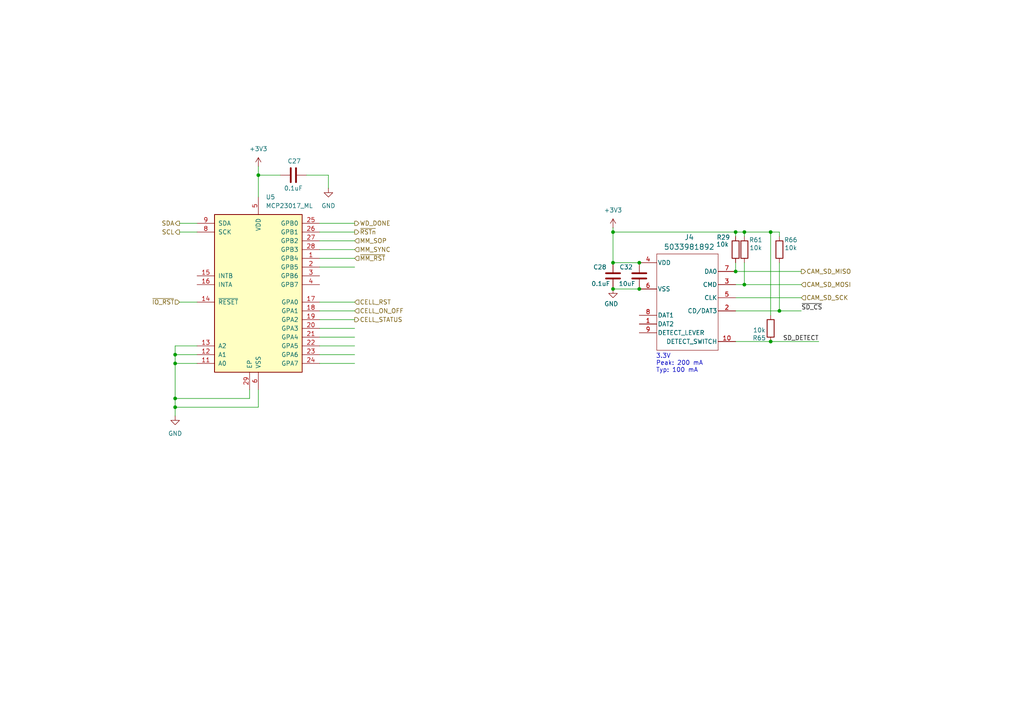
<source format=kicad_sch>
(kicad_sch (version 20250114) (generator "eeschema") (generator_version "9.0")
  (paper "A4")
  (lib_symbols
    (symbol "5033981892:5033981892" (pin_names (offset 0.254))
      (property "Reference" "J1" (at 13.97 7.62 0))
      (property "Value" "5033981892" (at 13.97 5.08 0))
      (symbol "5033981892_1_1"
        (polyline (pts (xy 5.08 2.54) (xy 5.08 -25.4)) (stroke (width 0.127)))
        (polyline (pts (xy 5.08 -25.4) (xy 22.86 -25.4)) (stroke (width 0.127)))
        (polyline (pts (xy 22.86 2.54) (xy 5.08 2.54)) (stroke (width 0.127)))
        (polyline (pts (xy 22.86 -25.4) (xy 22.86 2.54)) (stroke (width 0.127)))
        (pin unspecified line (at 0 0 0) (length 5.08) (name "VDD") (number "4"))
        (pin unspecified line (at 0 -7.62 0) (length 5.08) (name "VSS") (number "6"))
        (pin unspecified line (at 0 -15.24 0) (length 5.08) (name "DAT1") (number "8"))
        (pin unspecified line (at 0 -17.78 0) (length 5.08) (name "DAT2") (number "1"))
        (pin unspecified line (at 0 -20.32 0) (length 5.08) (name "DETECT_LEVER") (number "9"))
        (pin unspecified line (at 27.94 -2.54 180) (length 5.08) (name "DA0") (number "7"))
        (pin unspecified line (at 27.94 -6.35 180) (length 5.08) (name "CMD") (number "3"))
        (pin unspecified line (at 27.94 -10.16 180) (length 5.08) (name "CLK") (number "5"))
        (pin unspecified line (at 27.94 -13.97 180) (length 5.08) (name "CD/DAT3") (number "2"))
        (pin unspecified line (at 27.94 -22.86 180) (length 5.08) (name "DETECT_SWITCH") (number "10"))
      )
      (symbol "5033981892_1_2"
        (polyline (pts (xy 5.08 2.54) (xy 5.08 -25.4)) (stroke (width 0.127)))
        (polyline (pts (xy 5.08 -25.4) (xy 12.7 -25.4)) (stroke (width 0.127)))
        (polyline (pts (xy 7.62 0) (xy 5.08 0)) (stroke (width 0.127)))
        (polyline (pts (xy 7.62 0) (xy 8.89 0.8467)) (stroke (width 0.127)))
        (polyline (pts (xy 7.62 0) (xy 8.89 -0.8467)) (stroke (width 0.127)))
        (polyline (pts (xy 7.62 -2.54) (xy 5.08 -2.54)) (stroke (width 0.127)))
        (polyline (pts (xy 7.62 -2.54) (xy 8.89 -1.6933)) (stroke (width 0.127)))
        (polyline (pts (xy 7.62 -2.54) (xy 8.89 -3.3867)) (stroke (width 0.127)))
        (polyline (pts (xy 7.62 -5.08) (xy 5.08 -5.08)) (stroke (width 0.127)))
        (polyline (pts (xy 7.62 -5.08) (xy 8.89 -4.2333)) (stroke (width 0.127)))
        (polyline (pts (xy 7.62 -5.08) (xy 8.89 -5.9267)) (stroke (width 0.127)))
        (polyline (pts (xy 7.62 -7.62) (xy 5.08 -7.62)) (stroke (width 0.127)))
        (polyline (pts (xy 7.62 -7.62) (xy 8.89 -6.7733)) (stroke (width 0.127)))
        (polyline (pts (xy 7.62 -7.62) (xy 8.89 -8.4667)) (stroke (width 0.127)))
        (polyline (pts (xy 7.62 -10.16) (xy 5.08 -10.16)) (stroke (width 0.127)))
        (polyline (pts (xy 7.62 -10.16) (xy 8.89 -9.3133)) (stroke (width 0.127)))
        (polyline (pts (xy 7.62 -10.16) (xy 8.89 -11.0067)) (stroke (width 0.127)))
        (polyline (pts (xy 7.62 -12.7) (xy 5.08 -12.7)) (stroke (width 0.127)))
        (polyline (pts (xy 7.62 -12.7) (xy 8.89 -11.8533)) (stroke (width 0.127)))
        (polyline (pts (xy 7.62 -12.7) (xy 8.89 -13.5467)) (stroke (width 0.127)))
        (polyline (pts (xy 7.62 -15.24) (xy 5.08 -15.24)) (stroke (width 0.127)))
        (polyline (pts (xy 7.62 -15.24) (xy 8.89 -14.3933)) (stroke (width 0.127)))
        (polyline (pts (xy 7.62 -15.24) (xy 8.89 -16.0867)) (stroke (width 0.127)))
        (polyline (pts (xy 7.62 -17.78) (xy 5.08 -17.78)) (stroke (width 0.127)))
        (polyline (pts (xy 7.62 -17.78) (xy 8.89 -16.9333)) (stroke (width 0.127)))
        (polyline (pts (xy 7.62 -17.78) (xy 8.89 -18.6267)) (stroke (width 0.127)))
        (polyline (pts (xy 7.62 -20.32) (xy 5.08 -20.32)) (stroke (width 0.127)))
        (polyline (pts (xy 7.62 -20.32) (xy 8.89 -19.4733)) (stroke (width 0.127)))
        (polyline (pts (xy 7.62 -20.32) (xy 8.89 -21.1667)) (stroke (width 0.127)))
        (polyline (pts (xy 7.62 -22.86) (xy 5.08 -22.86)) (stroke (width 0.127)))
        (polyline (pts (xy 7.62 -22.86) (xy 8.89 -22.0133)) (stroke (width 0.127)))
        (polyline (pts (xy 7.62 -22.86) (xy 8.89 -23.7067)) (stroke (width 0.127)))
        (polyline (pts (xy 12.7 2.54) (xy 5.08 2.54)) (stroke (width 0.127)))
        (polyline (pts (xy 12.7 -25.4) (xy 12.7 2.54)) (stroke (width 0.127)))
        (pin unspecified line (at 0 0 0) (length 5.08) (name "DAT2") (number "1"))
        (pin unspecified line (at 0 -2.54 0) (length 5.08) (name "CD/DAT3") (number "2"))
        (pin unspecified line (at 0 -5.08 0) (length 5.08) (name "CMD") (number "3"))
        (pin unspecified line (at 0 -7.62 0) (length 5.08) (name "VDD") (number "4"))
        (pin unspecified line (at 0 -10.16 0) (length 5.08) (name "CLK") (number "5"))
        (pin unspecified line (at 0 -12.7 0) (length 5.08) (name "VSS") (number "6"))
        (pin unspecified line (at 0 -15.24 0) (length 5.08) (name "DA0") (number "7"))
        (pin unspecified line (at 0 -17.78 0) (length 5.08) (name "DAT1") (number "8"))
        (pin unspecified line (at 0 -20.32 0) (length 5.08) (name "DETECT_LEVER") (number "9"))
        (pin unspecified line (at 0 -22.86 0) (length 5.08) (name "DETECT_SWITCH") (number "10"))
      )
    )
    (symbol "Device:C" (pin_numbers (hide yes)) (pin_names (offset 0.254))
      (property "Reference" "C" (at 0.635 2.54 0))
      (property "Value" "C" (at 0.635 -2.54 0))
      (symbol "C_0_1"
        (polyline (pts (xy -2.032 0.762) (xy 2.032 0.762)) (stroke (width 0.508)))
        (polyline (pts (xy -2.032 -0.762) (xy 2.032 -0.762)) (stroke (width 0.508)))
      )
      (symbol "C_1_1"
        (pin passive line (at 0 3.81 270) (length 2.794) (name "~") (number "1"))
        (pin passive line (at 0 -3.81 90) (length 2.794) (name "~") (number "2"))
      )
    )
    (symbol "Device:R" (pin_numbers (hide yes)) (pin_names (offset 0))
      (property "Reference" "R" (at 2.032 0 90))
      (property "Value" "R" (at 0 0 90))
      (symbol "R_0_1"
        (rectangle (start -1.016 -2.54) (end 1.016 2.54) (stroke (width 0.254)))
      )
      (symbol "R_1_1"
        (pin passive line (at 0 3.81 270) (length 1.27) (name "~") (number "1"))
        (pin passive line (at 0 -3.81 90) (length 1.27) (name "~") (number "2"))
      )
    )
    (symbol "Interface_Expansion:MCP23017_ML" (pin_names (offset 1.016))
      (property "Reference" "U" (at -11.43 24.13 0))
      (property "Value" "MCP23017_ML" (at 0 0 0))
      (symbol "MCP23017_ML_0_1"
        (rectangle (start -12.7 22.86) (end 12.7 -22.86) (stroke (width 0.254)) (fill (type background)))
      )
      (symbol "MCP23017_ML_1_1"
        (pin bidirectional line (at -17.78 20.32 0) (length 5.08) (name "SDA") (number "9"))
        (pin input line (at -17.78 17.78 0) (length 5.08) (name "SCK") (number "8"))
        (pin tri_state line (at -17.78 5.08 0) (length 5.08) (name "INTB") (number "15"))
        (pin tri_state line (at -17.78 2.54 0) (length 5.08) (name "INTA") (number "16"))
        (pin input line (at -17.78 -2.54 0) (length 5.08) (name "~{RESET}") (number "14"))
        (pin input line (at -17.78 -15.24 0) (length 5.08) (name "A2") (number "13"))
        (pin input line (at -17.78 -17.78 0) (length 5.08) (name "A1") (number "12"))
        (pin input line (at -17.78 -20.32 0) (length 5.08) (name "A0") (number "11"))
        (pin no_connect line (at -12.7 15.24 0) (length 5.08) (hide yes) (name "NC") (number "7"))
        (pin no_connect line (at -12.7 12.7 0) (length 5.08) (hide yes) (name "NC") (number "10"))
        (pin passive line (at -2.54 -27.94 90) (length 5.08) (name "EP") (number "29"))
        (pin power_in line (at 0 27.94 270) (length 5.08) (name "VDD") (number "5"))
        (pin power_in line (at 0 -27.94 90) (length 5.08) (name "VSS") (number "6"))
        (pin bidirectional line (at 17.78 20.32 180) (length 5.08) (name "GPB0") (number "25"))
        (pin bidirectional line (at 17.78 17.78 180) (length 5.08) (name "GPB1") (number "26"))
        (pin bidirectional line (at 17.78 15.24 180) (length 5.08) (name "GPB2") (number "27"))
        (pin bidirectional line (at 17.78 12.7 180) (length 5.08) (name "GPB3") (number "28"))
        (pin bidirectional line (at 17.78 10.16 180) (length 5.08) (name "GPB4") (number "1"))
        (pin bidirectional line (at 17.78 7.62 180) (length 5.08) (name "GPB5") (number "2"))
        (pin bidirectional line (at 17.78 5.08 180) (length 5.08) (name "GPB6") (number "3"))
        (pin output line (at 17.78 2.54 180) (length 5.08) (name "GPB7") (number "4"))
        (pin bidirectional line (at 17.78 -2.54 180) (length 5.08) (name "GPA0") (number "17"))
        (pin bidirectional line (at 17.78 -5.08 180) (length 5.08) (name "GPA1") (number "18"))
        (pin bidirectional line (at 17.78 -7.62 180) (length 5.08) (name "GPA2") (number "19"))
        (pin bidirectional line (at 17.78 -10.16 180) (length 5.08) (name "GPA3") (number "20"))
        (pin bidirectional line (at 17.78 -12.7 180) (length 5.08) (name "GPA4") (number "21"))
        (pin bidirectional line (at 17.78 -15.24 180) (length 5.08) (name "GPA5") (number "22"))
        (pin bidirectional line (at 17.78 -17.78 180) (length 5.08) (name "GPA6") (number "23"))
        (pin output line (at 17.78 -20.32 180) (length 5.08) (name "GPA7") (number "24"))
      )
    )
    (symbol "power:+3V3" (power) (pin_numbers (hide yes)) (pin_names (offset 0) (hide yes))
      (property "Value" "+3V3" (at 0 3.556 0))
      (symbol "+3V3_0_1"
        (polyline (pts (xy -0.762 1.27) (xy 0 2.54)))
        (polyline (pts (xy 0 2.54) (xy 0.762 1.27)))
        (polyline (pts (xy 0 0) (xy 0 2.54)))
      )
      (symbol "+3V3_1_1"
        (pin power_in line (at 0 0 90) (length 0) (name "~") (number "1"))
      )
    )
    (symbol "power:GND" (power) (pin_numbers (hide yes)) (pin_names (offset 0) (hide yes))
      (property "Value" "GND" (at 0 -3.81 0))
      (symbol "GND_0_1"
        (polyline (pts (xy 0 0) (xy 0 -1.27) (xy 1.27 -1.27) (xy 0 -2.54) (xy -1.27 -1.27) (xy 0 -1.27)))
      )
      (symbol "GND_1_1"
        (pin power_in line (at 0 0 270) (length 0) (name "~") (number "1"))
      )
    )
  )
  (text "3.3V\nPeak: 200 mA\nTyp: 100 mA" (at 190.246 105.41 0) (effects (font (size 1.27 1.27)) (justify left)))
  (junction (at 223.52 99.06))
  (junction (at 185.42 76.2))
  (junction (at 223.52 67.31))
  (junction (at 50.8 118.11))
  (junction (at 213.36 67.31))
  (junction (at 215.9 82.55))
  (junction (at 215.9 67.31))
  (junction (at 177.8 83.82))
  (junction (at 213.36 78.74))
  (junction (at 226.06 90.17))
  (junction (at 177.8 76.2))
  (junction (at 50.8 105.41))
  (junction (at 74.93 50.8))
  (junction (at 50.8 115.57))
  (junction (at 177.8 67.31))
  (junction (at 50.8 102.87))
  (junction (at 185.42 83.82))
  (wire (pts (xy 81.28 50.8) (xy 74.93 50.8)))
  (wire (pts (xy 50.8 102.87) (xy 50.8 105.41)))
  (wire (pts (xy 74.93 113.03) (xy 74.93 118.11)))
  (wire (pts (xy 102.87 77.47) (xy 92.71 77.47)))
  (wire (pts (xy 102.87 102.87) (xy 92.71 102.87)))
  (wire (pts (xy 213.36 82.55) (xy 215.9 82.55)))
  (wire (pts (xy 50.8 115.57) (xy 50.8 118.11)))
  (wire (pts (xy 72.39 113.03) (xy 72.39 115.57)))
  (wire (pts (xy 50.8 102.87) (xy 57.15 102.87)))
  (wire (pts (xy 74.93 50.8) (xy 74.93 57.15)))
  (wire (pts (xy 102.87 97.79) (xy 92.71 97.79)))
  (wire (pts (xy 102.87 87.63) (xy 92.71 87.63)))
  (wire (pts (xy 92.71 92.71) (xy 102.87 92.71)))
  (wire (pts (xy 92.71 67.31) (xy 102.87 67.31)))
  (wire (pts (xy 74.93 118.11) (xy 50.8 118.11)))
  (wire (pts (xy 102.87 105.41) (xy 92.71 105.41)))
  (wire (pts (xy 102.87 100.33) (xy 92.71 100.33)))
  (wire (pts (xy 88.9 50.8) (xy 95.25 50.8)))
  (wire (pts (xy 226.06 68.58) (xy 226.06 67.31)))
  (wire (pts (xy 74.93 48.26) (xy 74.93 50.8)))
  (wire (pts (xy 226.06 76.2) (xy 226.06 90.17)))
  (wire (pts (xy 226.06 90.17) (xy 213.36 90.17)))
  (wire (pts (xy 102.87 74.93) (xy 92.71 74.93)))
  (wire (pts (xy 213.36 78.74) (xy 232.41 78.74)))
  (wire (pts (xy 177.8 76.2) (xy 185.42 76.2)))
  (wire (pts (xy 50.8 100.33) (xy 50.8 102.87)))
  (wire (pts (xy 177.8 67.31) (xy 213.36 67.31)))
  (wire (pts (xy 213.36 76.2) (xy 213.36 78.74)))
  (wire (pts (xy 226.06 90.17) (xy 232.41 90.17)))
  (wire (pts (xy 50.8 105.41) (xy 50.8 115.57)))
  (wire (pts (xy 213.36 67.31) (xy 213.36 68.58)))
  (wire (pts (xy 50.8 118.11) (xy 50.8 120.65)))
  (wire (pts (xy 72.39 115.57) (xy 50.8 115.57)))
  (wire (pts (xy 177.8 66.04) (xy 177.8 67.31)))
  (wire (pts (xy 102.87 95.25) (xy 92.71 95.25)))
  (wire (pts (xy 52.07 87.63) (xy 57.15 87.63)))
  (wire (pts (xy 223.52 99.06) (xy 237.49 99.06)))
  (wire (pts (xy 215.9 67.31) (xy 215.9 68.58)))
  (wire (pts (xy 213.36 67.31) (xy 215.9 67.31)))
  (wire (pts (xy 92.71 69.85) (xy 102.87 69.85)))
  (wire (pts (xy 215.9 67.31) (xy 223.52 67.31)))
  (wire (pts (xy 215.9 76.2) (xy 215.9 82.55)))
  (wire (pts (xy 92.71 64.77) (xy 102.87 64.77)))
  (wire (pts (xy 177.8 67.31) (xy 177.8 76.2)))
  (wire (pts (xy 223.52 67.31) (xy 223.52 91.44)))
  (wire (pts (xy 52.07 64.77) (xy 57.15 64.77)))
  (wire (pts (xy 57.15 100.33) (xy 50.8 100.33)))
  (wire (pts (xy 177.8 83.82) (xy 185.42 83.82)))
  (wire (pts (xy 232.41 86.36) (xy 213.36 86.36)))
  (wire (pts (xy 223.52 99.06) (xy 213.36 99.06)))
  (wire (pts (xy 102.87 90.17) (xy 92.71 90.17)))
  (wire (pts (xy 215.9 82.55) (xy 232.41 82.55)))
  (wire (pts (xy 50.8 105.41) (xy 57.15 105.41)))
  (wire (pts (xy 102.87 72.39) (xy 92.71 72.39)))
  (wire (pts (xy 95.25 50.8) (xy 95.25 54.61)))
  (wire (pts (xy 223.52 67.31) (xy 226.06 67.31)))
  (wire (pts (xy 52.07 67.31) (xy 57.15 67.31)))
  (label "~{SD_CS}" (at 232.41 90.17 0))
  (label "SD_DETECT" (at 237.49 99.06 180))
  (hierarchical_label "~{RSTn}" (shape output) (at 102.87 67.31 0))
  (hierarchical_label "MM_SOP" (shape input) (at 102.87 69.85 0))
  (hierarchical_label "CELL_ON_OFF" (shape input) (at 102.87 90.17 0))
  (hierarchical_label "~{MM_RST}" (shape input) (at 102.87 74.93 0))
  (hierarchical_label "CELL_RST" (shape input) (at 102.87 87.63 0))
  (hierarchical_label "CAM_SD_MOSI" (shape input) (at 232.41 82.55 0))
  (hierarchical_label "CAM_SD_MISO" (shape output) (at 232.41 78.74 0))
  (hierarchical_label "CELL_STATUS" (shape output) (at 102.87 92.71 0))
  (hierarchical_label "~{IO_RST}" (shape input) (at 52.07 87.63 180))
  (hierarchical_label "CAM_SD_SCK" (shape input) (at 232.41 86.36 0))
  (hierarchical_label "SCL" (shape output) (at 52.07 67.31 180))
  (hierarchical_label "MM_SYNC" (shape input) (at 102.87 72.39 0))
  (hierarchical_label "WD_DONE" (shape output) (at 102.87 64.77 0))
  (hierarchical_label "SDA" (shape output) (at 52.07 64.77 180))
  (symbol (lib_id "power:GND") (at 95.25 54.61 0) (unit 1)
    (property "Reference" "#PWR049" (effects (hide yes)))
    (property "Value" "GND" (at 95.25 59.69 0))
    (property "Description" "Power symbol creates a global label with name \"GND\" , ground" (effects (hide yes)))
  )
  (symbol (lib_id "Device:C") (at 85.09 50.8 90) (unit 1)
    (property "Reference" "C27" (at 85.344 46.736 90))
    (property "Value" "0.1uF" (at 85.09 54.61 90))
    (property "Footprint" "Capacitor_SMD:C_0603_1608Metric" (effects (hide yes)))
    (property "Description" "Unpolarized capacitor" (effects (hide yes)))
  )
  (symbol (lib_id "Device:C") (at 185.42 80.01 0) (unit 1)
    (property "Reference" "C32" (at 181.61 77.47 0))
    (property "Value" "10uF" (at 181.864 82.296 0))
    (property "Footprint" "Capacitor_SMD:C_0805_2012Metric" (effects (hide yes)))
    (property "Description" "Unpolarized capacitor" (effects (hide yes)))
  )
  (symbol (lib_id "Device:R") (at 223.52 95.25 180) (unit 1)
    (property "Reference" "R65" (at 220.218 98.044 0))
    (property "Value" "10k" (at 220.218 95.758 0))
    (property "Footprint" "Resistor_SMD:R_0603_1608Metric" (effects (hide yes)))
    (property "Description" "Resistor" (effects (hide yes)))
  )
  (symbol (lib_id "Device:R") (at 213.36 72.39 0) (unit 1)
    (property "Reference" "R29" (at 209.804 68.834 0))
    (property "Value" "10k" (at 209.55 70.866 0))
    (property "Footprint" "Resistor_SMD:R_0603_1608Metric" (effects (hide yes)))
    (property "Description" "Resistor" (effects (hide yes)))
  )
  (symbol (lib_id "Interface_Expansion:MCP23017_ML") (at 74.93 85.09 0) (unit 1)
    (property "Reference" "U5" (at 77.0733 57.15 0) (effects (justify left)))
    (property "Value" "MCP23017_ML" (at 77.0733 59.69 0) (effects (justify left)))
    (property "Footprint" "Package_DFN_QFN:QFN-28-1EP_6x6mm_P0.65mm_EP4.25x4.25mm" (effects (hide yes)))
    (property "Datasheet" "https://ww1.microchip.com/downloads/aemDocuments/documents/APID/ProductDocuments/DataSheets/MCP23017-Data-Sheet-DS20001952.pdf" (effects (hide yes)))
    (property "Description" "16-bit I/O expander, I2C, interrupts, w pull-ups, GPA/B7 output only (https://microchip.my.site.com/s/article/GPA7---GPB7-Cannot-Be-Used-as-Inputs-In-MCP23017), QFN-28" (effects (hide yes)))
  )
  (symbol (lib_id "power:+3V3") (at 74.93 48.26 0) (unit 1)
    (property "Reference" "#PWR046" (effects (hide yes)))
    (property "Value" "+3V3" (at 74.93 43.18 0))
    (property "Description" "Power symbol creates a global label with name \"+3V3\"" (effects (hide yes)))
  )
  (symbol (lib_id "Device:C") (at 177.8 80.01 0) (unit 1)
    (property "Reference" "C28" (at 173.99 77.47 0))
    (property "Value" "0.1uF" (at 174.244 82.296 0))
    (property "Footprint" "Capacitor_SMD:C_0603_1608Metric" (effects (hide yes)))
    (property "Description" "Unpolarized capacitor" (effects (hide yes)))
  )
  (symbol (lib_id "power:GND") (at 177.8 83.82 0) (unit 1)
    (property "Reference" "#PWR063" (effects (hide yes)))
    (property "Value" "GND" (at 177.292 88.138 0))
    (property "Description" "Power symbol creates a global label with name \"GND\" , ground" (effects (hide yes)))
  )
  (symbol (lib_id "Device:R") (at 215.9 72.39 0) (unit 1)
    (property "Reference" "R61" (at 219.202 69.596 0))
    (property "Value" "10k" (at 219.202 71.882 0))
    (property "Footprint" "Resistor_SMD:R_0603_1608Metric" (effects (hide yes)))
    (property "Description" "Resistor" (effects (hide yes)))
  )
  (symbol (lib_id "5033981892:5033981892") (at 185.42 76.2 0) (unit 1)
    (property "Reference" "J4" (at 199.898 68.834 0) (effects (font (size 1.524 1.524))))
    (property "Value" "5033981892" (at 199.898 71.628 0) (effects (font (size 1.524 1.524))))
    (property "Footprint" "5033981892:CONN_503398-1892_MOL" (effects (hide yes)))
    (property "Datasheet" "https://www.molex.com/en-us/products/part-detail-pdf/5033981892?display=pdf" (effects (hide yes)))
  )
  (symbol (lib_id "Device:R") (at 226.06 72.39 0) (unit 1)
    (property "Reference" "R66" (at 229.362 69.596 0))
    (property "Value" "10k" (at 229.362 71.882 0))
    (property "Footprint" "Resistor_SMD:R_0603_1608Metric" (effects (hide yes)))
    (property "Description" "Resistor" (effects (hide yes)))
  )
  (symbol (lib_id "power:+3V3") (at 177.8 66.04 0) (unit 1)
    (property "Reference" "#PWR089" (effects (hide yes)))
    (property "Value" "+3V3" (at 177.8 60.96 0))
    (property "Description" "Power symbol creates a global label with name \"+3V3\"" (effects (hide yes)))
  )
  (symbol (lib_id "power:GND") (at 50.8 120.65 0) (unit 1)
    (property "Reference" "#PWR050" (effects (hide yes)))
    (property "Value" "GND" (at 50.8 125.73 0))
    (property "Description" "Power symbol creates a global label with name \"GND\" , ground" (effects (hide yes)))
  )
)
</source>
